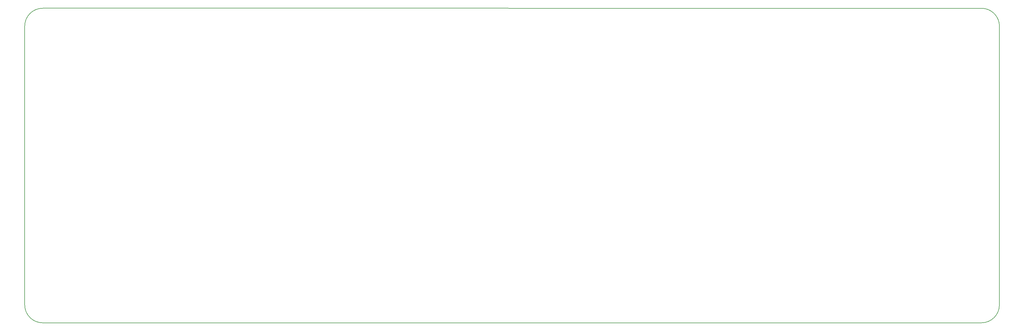
<source format=gbr>
%TF.GenerationSoftware,KiCad,Pcbnew,(5.1.4)-1*%
%TF.CreationDate,2020-06-13T02:43:16-04:00*%
%TF.ProjectId,sixtyfive,73697874-7966-4697-9665-2e6b69636164,rev?*%
%TF.SameCoordinates,Original*%
%TF.FileFunction,Profile,NP*%
%FSLAX46Y46*%
G04 Gerber Fmt 4.6, Leading zero omitted, Abs format (unit mm)*
G04 Created by KiCad (PCBNEW (5.1.4)-1) date 2020-06-13 02:43:16*
%MOMM*%
%LPD*%
G04 APERTURE LIST*
%ADD10C,0.200000*%
G04 APERTURE END LIST*
D10*
X266928371Y-243675129D02*
X266928371Y-331012571D01*
X566280071Y-238074200D02*
X272542000Y-238061500D01*
X571893700Y-243687829D02*
X571881229Y-331012571D01*
X272542000Y-336626200D02*
X566267600Y-336626200D01*
X272542000Y-336626200D02*
G75*
G02X266928371Y-331012571I0J5613629D01*
G01*
X571881229Y-331012571D02*
G75*
G02X566267600Y-336626200I-5613629J0D01*
G01*
X566280071Y-238074200D02*
G75*
G02X571893700Y-243687829I0J-5613629D01*
G01*
X266928371Y-243675129D02*
G75*
G02X272542000Y-238061500I5613629J0D01*
G01*
M02*

</source>
